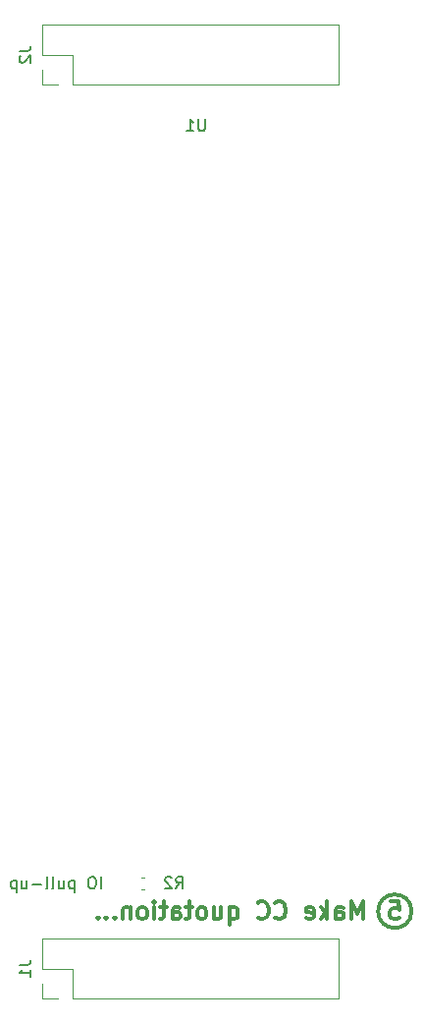
<source format=gbr>
G04 #@! TF.GenerationSoftware,KiCad,Pcbnew,5.0.2-bee76a0~70~ubuntu18.04.1*
G04 #@! TF.CreationDate,2019-07-23T10:59:18+02:00*
G04 #@! TF.ProjectId,smartcard,736d6172-7463-4617-9264-2e6b69636164,rev?*
G04 #@! TF.SameCoordinates,Original*
G04 #@! TF.FileFunction,Legend,Bot*
G04 #@! TF.FilePolarity,Positive*
%FSLAX46Y46*%
G04 Gerber Fmt 4.6, Leading zero omitted, Abs format (unit mm)*
G04 Created by KiCad (PCBNEW 5.0.2-bee76a0~70~ubuntu18.04.1) date mar. 23 juil. 2019 10:59:18 CEST*
%MOMM*%
%LPD*%
G01*
G04 APERTURE LIST*
%ADD10C,0.300000*%
%ADD11C,0.150000*%
%ADD12C,0.120000*%
G04 APERTURE END LIST*
D10*
X129443874Y-138341598D02*
X130158159Y-138341598D01*
X130229588Y-139055884D01*
X130158159Y-138984455D01*
X130015302Y-138913027D01*
X129658159Y-138913027D01*
X129515302Y-138984455D01*
X129443874Y-139055884D01*
X129372445Y-139198741D01*
X129372445Y-139555884D01*
X129443874Y-139698741D01*
X129515302Y-139770169D01*
X129658159Y-139841598D01*
X130015302Y-139841598D01*
X130158159Y-139770169D01*
X130229588Y-139698741D01*
X127048874Y-139841598D02*
X127048874Y-138341598D01*
X126548874Y-139413027D01*
X126048874Y-138341598D01*
X126048874Y-139841598D01*
X124691731Y-139841598D02*
X124691731Y-139055884D01*
X124763159Y-138913027D01*
X124906017Y-138841598D01*
X125191731Y-138841598D01*
X125334588Y-138913027D01*
X124691731Y-139770169D02*
X124834588Y-139841598D01*
X125191731Y-139841598D01*
X125334588Y-139770169D01*
X125406017Y-139627312D01*
X125406017Y-139484455D01*
X125334588Y-139341598D01*
X125191731Y-139270169D01*
X124834588Y-139270169D01*
X124691731Y-139198741D01*
X123977445Y-139841598D02*
X123977445Y-138341598D01*
X123834588Y-139270169D02*
X123406017Y-139841598D01*
X123406017Y-138841598D02*
X123977445Y-139413027D01*
X122191731Y-139770169D02*
X122334588Y-139841598D01*
X122620302Y-139841598D01*
X122763159Y-139770169D01*
X122834588Y-139627312D01*
X122834588Y-139055884D01*
X122763159Y-138913027D01*
X122620302Y-138841598D01*
X122334588Y-138841598D01*
X122191731Y-138913027D01*
X122120302Y-139055884D01*
X122120302Y-139198741D01*
X122834588Y-139341598D01*
X119477445Y-139698741D02*
X119548874Y-139770169D01*
X119763159Y-139841598D01*
X119906017Y-139841598D01*
X120120302Y-139770169D01*
X120263159Y-139627312D01*
X120334588Y-139484455D01*
X120406017Y-139198741D01*
X120406017Y-138984455D01*
X120334588Y-138698741D01*
X120263159Y-138555884D01*
X120120302Y-138413027D01*
X119906017Y-138341598D01*
X119763159Y-138341598D01*
X119548874Y-138413027D01*
X119477445Y-138484455D01*
X117977445Y-139698741D02*
X118048874Y-139770169D01*
X118263159Y-139841598D01*
X118406017Y-139841598D01*
X118620302Y-139770169D01*
X118763159Y-139627312D01*
X118834588Y-139484455D01*
X118906017Y-139198741D01*
X118906017Y-138984455D01*
X118834588Y-138698741D01*
X118763159Y-138555884D01*
X118620302Y-138413027D01*
X118406017Y-138341598D01*
X118263159Y-138341598D01*
X118048874Y-138413027D01*
X117977445Y-138484455D01*
X115548874Y-138841598D02*
X115548874Y-140341598D01*
X115548874Y-139770169D02*
X115691731Y-139841598D01*
X115977445Y-139841598D01*
X116120302Y-139770169D01*
X116191731Y-139698741D01*
X116263159Y-139555884D01*
X116263159Y-139127312D01*
X116191731Y-138984455D01*
X116120302Y-138913027D01*
X115977445Y-138841598D01*
X115691731Y-138841598D01*
X115548874Y-138913027D01*
X114191731Y-138841598D02*
X114191731Y-139841598D01*
X114834588Y-138841598D02*
X114834588Y-139627312D01*
X114763159Y-139770169D01*
X114620302Y-139841598D01*
X114406017Y-139841598D01*
X114263159Y-139770169D01*
X114191731Y-139698741D01*
X113263159Y-139841598D02*
X113406017Y-139770169D01*
X113477445Y-139698741D01*
X113548874Y-139555884D01*
X113548874Y-139127312D01*
X113477445Y-138984455D01*
X113406017Y-138913027D01*
X113263159Y-138841598D01*
X113048874Y-138841598D01*
X112906017Y-138913027D01*
X112834588Y-138984455D01*
X112763159Y-139127312D01*
X112763159Y-139555884D01*
X112834588Y-139698741D01*
X112906017Y-139770169D01*
X113048874Y-139841598D01*
X113263159Y-139841598D01*
X112334588Y-138841598D02*
X111763159Y-138841598D01*
X112120302Y-138341598D02*
X112120302Y-139627312D01*
X112048874Y-139770169D01*
X111906017Y-139841598D01*
X111763159Y-139841598D01*
X110620302Y-139841598D02*
X110620302Y-139055884D01*
X110691731Y-138913027D01*
X110834588Y-138841598D01*
X111120302Y-138841598D01*
X111263159Y-138913027D01*
X110620302Y-139770169D02*
X110763159Y-139841598D01*
X111120302Y-139841598D01*
X111263159Y-139770169D01*
X111334588Y-139627312D01*
X111334588Y-139484455D01*
X111263159Y-139341598D01*
X111120302Y-139270169D01*
X110763159Y-139270169D01*
X110620302Y-139198741D01*
X110120302Y-138841598D02*
X109548874Y-138841598D01*
X109906017Y-138341598D02*
X109906017Y-139627312D01*
X109834588Y-139770169D01*
X109691731Y-139841598D01*
X109548874Y-139841598D01*
X109048874Y-139841598D02*
X109048874Y-138841598D01*
X109048874Y-138341598D02*
X109120302Y-138413027D01*
X109048874Y-138484455D01*
X108977445Y-138413027D01*
X109048874Y-138341598D01*
X109048874Y-138484455D01*
X108120302Y-139841598D02*
X108263159Y-139770169D01*
X108334588Y-139698741D01*
X108406017Y-139555884D01*
X108406017Y-139127312D01*
X108334588Y-138984455D01*
X108263159Y-138913027D01*
X108120302Y-138841598D01*
X107906017Y-138841598D01*
X107763159Y-138913027D01*
X107691731Y-138984455D01*
X107620302Y-139127312D01*
X107620302Y-139555884D01*
X107691731Y-139698741D01*
X107763159Y-139770169D01*
X107906017Y-139841598D01*
X108120302Y-139841598D01*
X106977445Y-138841598D02*
X106977445Y-139841598D01*
X106977445Y-138984455D02*
X106906017Y-138913027D01*
X106763159Y-138841598D01*
X106548874Y-138841598D01*
X106406017Y-138913027D01*
X106334588Y-139055884D01*
X106334588Y-139841598D01*
X105620302Y-139698741D02*
X105548874Y-139770169D01*
X105620302Y-139841598D01*
X105691731Y-139770169D01*
X105620302Y-139698741D01*
X105620302Y-139841598D01*
X104906017Y-139698741D02*
X104834588Y-139770169D01*
X104906017Y-139841598D01*
X104977445Y-139770169D01*
X104906017Y-139698741D01*
X104906017Y-139841598D01*
X104191731Y-139698741D02*
X104120302Y-139770169D01*
X104191731Y-139841598D01*
X104263159Y-139770169D01*
X104191731Y-139698741D01*
X104191731Y-139841598D01*
X131243238Y-139163027D02*
G75*
G03X131243238Y-139163027I-1442221J0D01*
G01*
D11*
X104449421Y-137207407D02*
X104449421Y-136207407D01*
X103782755Y-136207407D02*
X103592278Y-136207407D01*
X103497040Y-136255027D01*
X103401802Y-136350265D01*
X103354183Y-136540741D01*
X103354183Y-136874074D01*
X103401802Y-137064550D01*
X103497040Y-137159788D01*
X103592278Y-137207407D01*
X103782755Y-137207407D01*
X103877993Y-137159788D01*
X103973231Y-137064550D01*
X104020850Y-136874074D01*
X104020850Y-136540741D01*
X103973231Y-136350265D01*
X103877993Y-136255027D01*
X103782755Y-136207407D01*
X102163707Y-136540741D02*
X102163707Y-137540741D01*
X102163707Y-136588360D02*
X102068469Y-136540741D01*
X101877993Y-136540741D01*
X101782755Y-136588360D01*
X101735136Y-136635979D01*
X101687517Y-136731217D01*
X101687517Y-137016931D01*
X101735136Y-137112169D01*
X101782755Y-137159788D01*
X101877993Y-137207407D01*
X102068469Y-137207407D01*
X102163707Y-137159788D01*
X100830374Y-136540741D02*
X100830374Y-137207407D01*
X101258945Y-136540741D02*
X101258945Y-137064550D01*
X101211326Y-137159788D01*
X101116088Y-137207407D01*
X100973231Y-137207407D01*
X100877993Y-137159788D01*
X100830374Y-137112169D01*
X100211326Y-137207407D02*
X100306564Y-137159788D01*
X100354183Y-137064550D01*
X100354183Y-136207407D01*
X99687517Y-137207407D02*
X99782755Y-137159788D01*
X99830374Y-137064550D01*
X99830374Y-136207407D01*
X99306564Y-136826455D02*
X98544659Y-136826455D01*
X97639897Y-136540741D02*
X97639897Y-137207407D01*
X98068469Y-136540741D02*
X98068469Y-137064550D01*
X98020850Y-137159788D01*
X97925612Y-137207407D01*
X97782755Y-137207407D01*
X97687517Y-137159788D01*
X97639897Y-137112169D01*
X97163707Y-136540741D02*
X97163707Y-137540741D01*
X97163707Y-136588360D02*
X97068469Y-136540741D01*
X96877993Y-136540741D01*
X96782755Y-136588360D01*
X96735136Y-136635979D01*
X96687517Y-136731217D01*
X96687517Y-137016931D01*
X96735136Y-137112169D01*
X96782755Y-137159788D01*
X96877993Y-137207407D01*
X97068469Y-137207407D01*
X97163707Y-137159788D01*
D12*
G04 #@! TO.C,J2*
X99391017Y-66651027D02*
X99391017Y-67981027D01*
X99391017Y-67981027D02*
X100721017Y-67981027D01*
X99391017Y-65381027D02*
X101991017Y-65381027D01*
X101991017Y-65381027D02*
X101991017Y-67981027D01*
X101991017Y-67981027D02*
X124911017Y-67981027D01*
X124911017Y-62781027D02*
X124911017Y-67981027D01*
X99391017Y-62781027D02*
X124911017Y-62781027D01*
X99391017Y-62781027D02*
X99391017Y-65381027D01*
G04 #@! TO.C,J1*
X99391017Y-141521027D02*
X99391017Y-144121027D01*
X99391017Y-141521027D02*
X124911017Y-141521027D01*
X124911017Y-141521027D02*
X124911017Y-146721027D01*
X101991017Y-146721027D02*
X124911017Y-146721027D01*
X101991017Y-144121027D02*
X101991017Y-146721027D01*
X99391017Y-144121027D02*
X101991017Y-144121027D01*
X99391017Y-146721027D02*
X100721017Y-146721027D01*
X99391017Y-145391027D02*
X99391017Y-146721027D01*
G04 #@! TO.C,R2*
X107898738Y-137265027D02*
X108224296Y-137265027D01*
X107898738Y-136245027D02*
X108224296Y-136245027D01*
G04 #@! TO.C,U1*
D11*
X113412921Y-70929407D02*
X113412921Y-71738931D01*
X113365302Y-71834169D01*
X113317683Y-71881788D01*
X113222445Y-71929407D01*
X113031969Y-71929407D01*
X112936731Y-71881788D01*
X112889112Y-71834169D01*
X112841493Y-71738931D01*
X112841493Y-70929407D01*
X111841493Y-71929407D02*
X112412921Y-71929407D01*
X112127207Y-71929407D02*
X112127207Y-70929407D01*
X112222445Y-71072265D01*
X112317683Y-71167503D01*
X112412921Y-71215122D01*
G04 #@! TO.C,J2*
X97403397Y-65047693D02*
X98117683Y-65047693D01*
X98260540Y-65000074D01*
X98355778Y-64904836D01*
X98403397Y-64761979D01*
X98403397Y-64666741D01*
X97498636Y-65476265D02*
X97451017Y-65523884D01*
X97403397Y-65619122D01*
X97403397Y-65857217D01*
X97451017Y-65952455D01*
X97498636Y-66000074D01*
X97593874Y-66047693D01*
X97689112Y-66047693D01*
X97831969Y-66000074D01*
X98403397Y-65428646D01*
X98403397Y-66047693D01*
G04 #@! TO.C,J1*
X97403397Y-143787693D02*
X98117683Y-143787693D01*
X98260540Y-143740074D01*
X98355778Y-143644836D01*
X98403397Y-143501979D01*
X98403397Y-143406741D01*
X98403397Y-144787693D02*
X98403397Y-144216265D01*
X98403397Y-144501979D02*
X97403397Y-144501979D01*
X97546255Y-144406741D01*
X97641493Y-144311503D01*
X97689112Y-144216265D01*
G04 #@! TO.C,R2*
X110928183Y-137207407D02*
X111261517Y-136731217D01*
X111499612Y-137207407D02*
X111499612Y-136207407D01*
X111118659Y-136207407D01*
X111023421Y-136255027D01*
X110975802Y-136302646D01*
X110928183Y-136397884D01*
X110928183Y-136540741D01*
X110975802Y-136635979D01*
X111023421Y-136683598D01*
X111118659Y-136731217D01*
X111499612Y-136731217D01*
X110547231Y-136302646D02*
X110499612Y-136255027D01*
X110404374Y-136207407D01*
X110166278Y-136207407D01*
X110071040Y-136255027D01*
X110023421Y-136302646D01*
X109975802Y-136397884D01*
X109975802Y-136493122D01*
X110023421Y-136635979D01*
X110594850Y-137207407D01*
X109975802Y-137207407D01*
G04 #@! TD*
M02*

</source>
